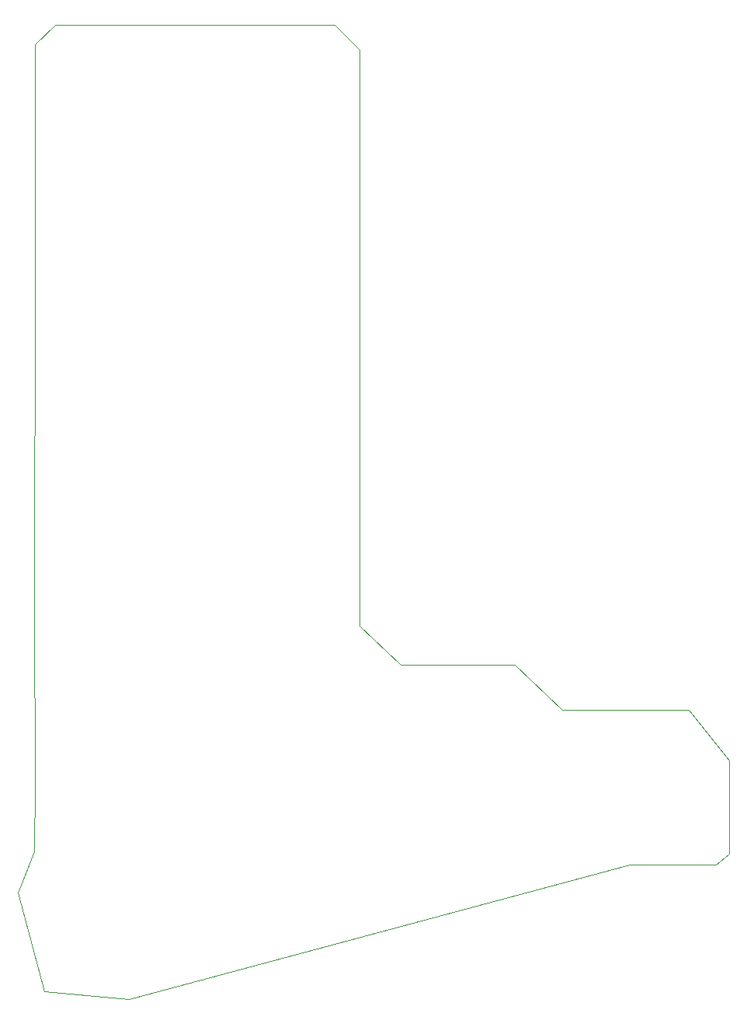
<source format=gbr>
G04 #@! TF.GenerationSoftware,KiCad,Pcbnew,(5.1.4)-1*
G04 #@! TF.CreationDate,2023-02-10T21:18:41-05:00*
G04 #@! TF.ProjectId,ThumbsUp,5468756d-6273-4557-902e-6b696361645f,rev?*
G04 #@! TF.SameCoordinates,Original*
G04 #@! TF.FileFunction,Profile,NP*
%FSLAX46Y46*%
G04 Gerber Fmt 4.6, Leading zero omitted, Abs format (unit mm)*
G04 Created by KiCad (PCBNEW (5.1.4)-1) date 2023-02-10 21:18:41*
%MOMM*%
%LPD*%
G04 APERTURE LIST*
%ADD10C,0.050000*%
G04 APERTURE END LIST*
D10*
X193900000Y-438400000D02*
X193812025Y-438310322D01*
X206400000Y-438400000D02*
X193900000Y-438400000D01*
X206412025Y-438410322D02*
X206400000Y-438400000D01*
X218912025Y-460110323D02*
X164303913Y-474809185D01*
X229712025Y-448810322D02*
X229712025Y-458910323D01*
X211512025Y-443310323D02*
X225312025Y-443310323D01*
X206412025Y-438410322D02*
X211512025Y-443310323D01*
X186712025Y-368660322D02*
X156212026Y-368660322D01*
X229712025Y-448810322D02*
X225312025Y-443310323D01*
X189412025Y-392610322D02*
X189412025Y-434110323D01*
X219112025Y-460110322D02*
X228312025Y-460110323D01*
X193812025Y-438310322D02*
X189412025Y-434110323D01*
X219112025Y-460110322D02*
X218912025Y-460110323D01*
X229712025Y-458910323D02*
X228312025Y-460110323D01*
X154021905Y-370806391D02*
X156212026Y-368660322D01*
X154023238Y-393814941D02*
X153997497Y-433386766D01*
X155082510Y-473946632D02*
X164303913Y-474809185D01*
X154002490Y-458734349D02*
X152204378Y-463184833D01*
X154014855Y-451416095D02*
X154009034Y-450396466D01*
X153997497Y-433386766D02*
X154009034Y-450396466D01*
X154002490Y-458734349D02*
X154014855Y-451416095D01*
X186712025Y-368660322D02*
X189412025Y-371360322D01*
X154023238Y-374764941D02*
X154023238Y-372564941D01*
X189412025Y-392610322D02*
X189412025Y-373560322D01*
X154023238Y-374764941D02*
X154023238Y-393814941D01*
X189412025Y-373560322D02*
X189412025Y-371360322D01*
X154023238Y-372564941D02*
X154021905Y-370806391D01*
X155082510Y-473946632D02*
X152204378Y-463184833D01*
M02*

</source>
